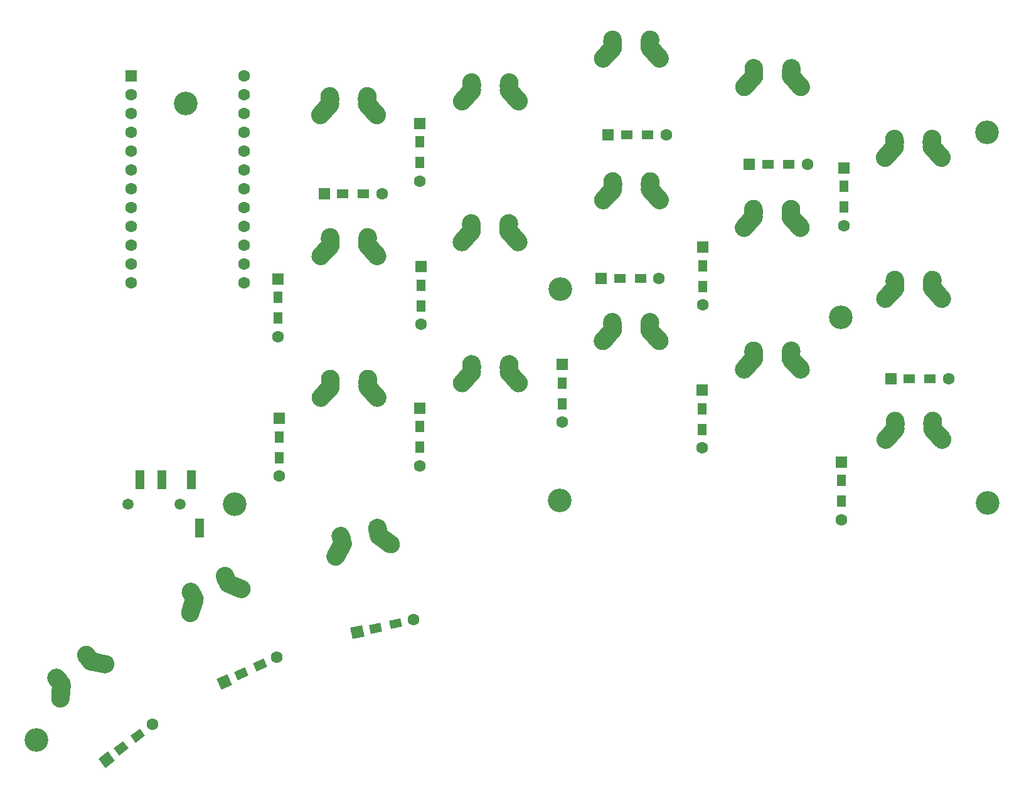
<source format=gbr>
%TF.GenerationSoftware,KiCad,Pcbnew,(5.1.7)-1*%
%TF.CreationDate,2021-04-13T23:29:16+05:30*%
%TF.ProjectId,Pteron56v0,50746572-6f6e-4353-9676-302e6b696361,rev?*%
%TF.SameCoordinates,Original*%
%TF.FileFunction,Soldermask,Top*%
%TF.FilePolarity,Negative*%
%FSLAX46Y46*%
G04 Gerber Fmt 4.6, Leading zero omitted, Abs format (unit mm)*
G04 Created by KiCad (PCBNEW (5.1.7)-1) date 2021-04-13 23:29:16*
%MOMM*%
%LPD*%
G01*
G04 APERTURE LIST*
%ADD10C,3.200000*%
%ADD11C,1.600000*%
%ADD12R,1.600000X1.600000*%
%ADD13R,1.600000X1.200000*%
%ADD14R,1.200000X1.600000*%
%ADD15C,0.100000*%
%ADD16C,2.000000*%
%ADD17C,1.500000*%
%ADD18R,1.200000X2.500000*%
G04 APERTURE END LIST*
D10*
%TO.C,H8*%
X207518000Y-52832000D03*
%TD*%
D11*
%TO.C,U1*%
X107264200Y-45224700D03*
X107264200Y-47764700D03*
X107264200Y-50304700D03*
X107264200Y-52844700D03*
X107264200Y-55384700D03*
X107264200Y-57924700D03*
X107264200Y-60464700D03*
X107264200Y-63004700D03*
X107264200Y-65544700D03*
X107264200Y-68084700D03*
X107264200Y-70624700D03*
X107264200Y-73164700D03*
X92024200Y-73164700D03*
X92024200Y-70624700D03*
X92024200Y-68084700D03*
X92024200Y-65544700D03*
X92024200Y-63004700D03*
X92024200Y-60464700D03*
X92024200Y-57924700D03*
X92024200Y-55384700D03*
X92024200Y-52844700D03*
X92024200Y-50304700D03*
X92024200Y-47764700D03*
D12*
X92024200Y-45224700D03*
%TD*%
%TO.C,D8*%
X194550200Y-86080600D03*
D11*
X202350200Y-86080600D03*
D13*
X199850200Y-86080600D03*
X197050200Y-86080600D03*
%TD*%
D12*
%TO.C,D28*%
X111995245Y-91446640D03*
D11*
X111995245Y-99246640D03*
D14*
X111995245Y-96746640D03*
X111995245Y-93946640D03*
%TD*%
D12*
%TO.C,D27*%
X111903079Y-72592861D03*
D11*
X111903079Y-80392861D03*
D14*
X111903079Y-77892861D03*
X111903079Y-75092861D03*
%TD*%
D12*
%TO.C,D26*%
X118121600Y-61137800D03*
D11*
X125921600Y-61137800D03*
D13*
X123421600Y-61137800D03*
X120621600Y-61137800D03*
%TD*%
D12*
%TO.C,D24*%
X131007609Y-90038162D03*
D11*
X131007609Y-97838162D03*
D14*
X131007609Y-95338162D03*
X131007609Y-92538162D03*
%TD*%
D12*
%TO.C,D23*%
X131169349Y-70961240D03*
D11*
X131169349Y-78761240D03*
D14*
X131169349Y-76261240D03*
X131169349Y-73461240D03*
%TD*%
D12*
%TO.C,D22*%
X131017392Y-51606155D03*
D11*
X131017392Y-59406155D03*
D14*
X131017392Y-56906155D03*
X131017392Y-54106155D03*
%TD*%
D15*
%TO.C,D20*%
G36*
X88882216Y-136380478D02*
G01*
X89856234Y-137649844D01*
X88586868Y-138623862D01*
X87612850Y-137354496D01*
X88882216Y-136380478D01*
G37*
D11*
X94922698Y-132753830D03*
D15*
G36*
X90987351Y-135017245D02*
G01*
X91717865Y-135969269D01*
X90448499Y-136943287D01*
X89717985Y-135991263D01*
X90987351Y-135017245D01*
G37*
G36*
X93208741Y-133312713D02*
G01*
X93939255Y-134264737D01*
X92669889Y-135238755D01*
X91939375Y-134286731D01*
X93208741Y-133312713D01*
G37*
%TD*%
D12*
%TO.C,D19*%
X150192403Y-84165988D03*
D11*
X150192403Y-91965988D03*
D14*
X150192403Y-89465988D03*
X150192403Y-86665988D03*
%TD*%
D12*
%TO.C,D18*%
X155497700Y-72580500D03*
D11*
X163297700Y-72580500D03*
D13*
X160797700Y-72580500D03*
X157997700Y-72580500D03*
%TD*%
D12*
%TO.C,D17*%
X156437500Y-53181250D03*
D11*
X164237500Y-53181250D03*
D13*
X161737500Y-53181250D03*
X158937500Y-53181250D03*
%TD*%
D15*
%TO.C,D15*%
G36*
X105038572Y-125934070D02*
G01*
X105714761Y-127384163D01*
X104264668Y-128060352D01*
X103588479Y-126610259D01*
X105038572Y-125934070D01*
G37*
D11*
X111720820Y-123700789D03*
D15*
G36*
X107388864Y-125058787D02*
G01*
X107896006Y-126146356D01*
X106445914Y-126822545D01*
X105938772Y-125734976D01*
X107388864Y-125058787D01*
G37*
G36*
X109926526Y-123875455D02*
G01*
X110433668Y-124963024D01*
X108983576Y-125639213D01*
X108476434Y-124551644D01*
X109926526Y-123875455D01*
G37*
%TD*%
D12*
%TO.C,D14*%
X169116409Y-87631959D03*
D11*
X169116409Y-95431959D03*
D14*
X169116409Y-92931959D03*
X169116409Y-90131959D03*
%TD*%
D12*
%TO.C,D13*%
X169145564Y-68325398D03*
D11*
X169145564Y-76125398D03*
D14*
X169145564Y-73625398D03*
X169145564Y-70825398D03*
%TD*%
D12*
%TO.C,D12*%
X175487500Y-57150000D03*
D11*
X183287500Y-57150000D03*
D13*
X180787500Y-57150000D03*
X177987500Y-57150000D03*
%TD*%
D15*
%TO.C,D10*%
G36*
X123183111Y-119343586D02*
G01*
X123529414Y-120905659D01*
X121967341Y-121251962D01*
X121621038Y-119689889D01*
X123183111Y-119343586D01*
G37*
D11*
X130190334Y-118609546D03*
D15*
G36*
X125667139Y-118997746D02*
G01*
X125926867Y-120169301D01*
X124364793Y-120515604D01*
X124105065Y-119344049D01*
X125667139Y-118997746D01*
G37*
G36*
X128400767Y-118391716D02*
G01*
X128660495Y-119563271D01*
X127098421Y-119909574D01*
X126838693Y-118738019D01*
X128400767Y-118391716D01*
G37*
%TD*%
D12*
%TO.C,D9*%
X187873952Y-97316766D03*
D11*
X187873952Y-105116766D03*
D14*
X187873952Y-102616766D03*
X187873952Y-99816766D03*
%TD*%
D12*
%TO.C,D7*%
X188223421Y-57616973D03*
D11*
X188223421Y-65416973D03*
D14*
X188223421Y-62916973D03*
X188223421Y-60116973D03*
%TD*%
D10*
%TO.C,H7*%
X106006900Y-103009700D03*
%TD*%
%TO.C,H6*%
X79248000Y-134874000D03*
%TD*%
%TO.C,H5*%
X149860000Y-102489000D03*
%TD*%
%TO.C,H4*%
X99441000Y-48895000D03*
%TD*%
%TO.C,H3*%
X149987000Y-73964800D03*
%TD*%
%TO.C,H2*%
X207645000Y-102870000D03*
%TD*%
%TO.C,H1*%
X187845700Y-77812900D03*
%TD*%
%TO.C,SW17*%
G36*
G01*
X162975918Y-40553992D02*
X164285908Y-42014000D01*
G75*
G02*
X164190310Y-43779180I-930389J-834791D01*
G01*
X164190310Y-43779180D01*
G75*
G02*
X162425130Y-43683582I-834791J930389D01*
G01*
X161115140Y-42223574D01*
G75*
G02*
X161210738Y-40458394I930389J834791D01*
G01*
X161210738Y-40458394D01*
G75*
G02*
X162975918Y-40553992I834791J-930389D01*
G01*
G37*
G36*
G01*
X155798568Y-40975983D02*
X155758487Y-40394786D01*
G75*
G02*
X156919526Y-39061749I1247038J85999D01*
G01*
X156919526Y-39061749D01*
G75*
G02*
X158252563Y-40222788I85999J-1247038D01*
G01*
X158292561Y-40802788D01*
G75*
G02*
X157131522Y-42135825I-1247038J-85999D01*
G01*
X157131522Y-42135825D01*
G75*
G02*
X155798485Y-40974786I-85999J1247038D01*
G01*
G37*
G36*
G01*
X157975908Y-42223574D02*
X156665918Y-43683582D01*
G75*
G02*
X154900738Y-43779180I-930389J834791D01*
G01*
X154900738Y-43779180D01*
G75*
G02*
X154805140Y-42014000I834791J930389D01*
G01*
X156115130Y-40553992D01*
G75*
G02*
X157880310Y-40458394I930389J-834791D01*
G01*
X157880310Y-40458394D01*
G75*
G02*
X157975908Y-42223574I-834791J-930389D01*
G01*
G37*
D16*
X157005524Y-40308787D03*
X157045524Y-40888787D03*
X163355524Y-42848787D03*
X162045524Y-41388787D03*
X155735524Y-42848787D03*
X157045524Y-41388787D03*
X162085524Y-40308787D03*
X162045524Y-40888787D03*
G36*
G01*
X160798570Y-40801591D02*
X160838485Y-40222788D01*
G75*
G02*
X162171522Y-39061749I1247038J-85999D01*
G01*
X162171522Y-39061749D01*
G75*
G02*
X163332561Y-40394786I-85999J-1247038D01*
G01*
X163292563Y-40974786D01*
G75*
G02*
X161959526Y-42135825I-1247038J85999D01*
G01*
X161959526Y-42135825D01*
G75*
G02*
X160798487Y-40802788I85999J1247038D01*
G01*
G37*
%TD*%
D17*
%TO.C,J2*%
X98618000Y-102997000D03*
X91618000Y-102997000D03*
%TD*%
%TO.C,J1*%
X98618000Y-102997000D03*
X91618000Y-102997000D03*
D18*
X93218000Y-99747000D03*
X96218000Y-99747000D03*
X100218000Y-99747000D03*
X101318000Y-106247000D03*
%TD*%
%TO.C,SW28*%
G36*
G01*
X124887648Y-86350240D02*
X126197638Y-87810248D01*
G75*
G02*
X126102040Y-89575428I-930389J-834791D01*
G01*
X126102040Y-89575428D01*
G75*
G02*
X124336860Y-89479830I-834791J930389D01*
G01*
X123026870Y-88019822D01*
G75*
G02*
X123122468Y-86254642I930389J834791D01*
G01*
X123122468Y-86254642D01*
G75*
G02*
X124887648Y-86350240I834791J-930389D01*
G01*
G37*
G36*
G01*
X117710298Y-86772231D02*
X117670217Y-86191034D01*
G75*
G02*
X118831256Y-84857997I1247038J85999D01*
G01*
X118831256Y-84857997D01*
G75*
G02*
X120164293Y-86019036I85999J-1247038D01*
G01*
X120204291Y-86599036D01*
G75*
G02*
X119043252Y-87932073I-1247038J-85999D01*
G01*
X119043252Y-87932073D01*
G75*
G02*
X117710215Y-86771034I-85999J1247038D01*
G01*
G37*
G36*
G01*
X119887638Y-88019822D02*
X118577648Y-89479830D01*
G75*
G02*
X116812468Y-89575428I-930389J834791D01*
G01*
X116812468Y-89575428D01*
G75*
G02*
X116716870Y-87810248I834791J930389D01*
G01*
X118026860Y-86350240D01*
G75*
G02*
X119792040Y-86254642I930389J-834791D01*
G01*
X119792040Y-86254642D01*
G75*
G02*
X119887638Y-88019822I-834791J-930389D01*
G01*
G37*
D16*
X118917254Y-86105035D03*
X118957254Y-86685035D03*
X125267254Y-88645035D03*
X123957254Y-87185035D03*
X117647254Y-88645035D03*
X118957254Y-87185035D03*
X123997254Y-86105035D03*
X123957254Y-86685035D03*
G36*
G01*
X122710300Y-86597839D02*
X122750215Y-86019036D01*
G75*
G02*
X124083252Y-84857997I1247038J-85999D01*
G01*
X124083252Y-84857997D01*
G75*
G02*
X125244291Y-86191034I-85999J-1247038D01*
G01*
X125204293Y-86771034D01*
G75*
G02*
X123871256Y-87932073I-1247038J85999D01*
G01*
X123871256Y-87932073D01*
G75*
G02*
X122710217Y-86599036I85999J1247038D01*
G01*
G37*
%TD*%
%TO.C,SW27*%
G36*
G01*
X124868269Y-67224790D02*
X126178259Y-68684798D01*
G75*
G02*
X126082661Y-70449978I-930389J-834791D01*
G01*
X126082661Y-70449978D01*
G75*
G02*
X124317481Y-70354380I-834791J930389D01*
G01*
X123007491Y-68894372D01*
G75*
G02*
X123103089Y-67129192I930389J834791D01*
G01*
X123103089Y-67129192D01*
G75*
G02*
X124868269Y-67224790I834791J-930389D01*
G01*
G37*
G36*
G01*
X117690919Y-67646781D02*
X117650838Y-67065584D01*
G75*
G02*
X118811877Y-65732547I1247038J85999D01*
G01*
X118811877Y-65732547D01*
G75*
G02*
X120144914Y-66893586I85999J-1247038D01*
G01*
X120184912Y-67473586D01*
G75*
G02*
X119023873Y-68806623I-1247038J-85999D01*
G01*
X119023873Y-68806623D01*
G75*
G02*
X117690836Y-67645584I-85999J1247038D01*
G01*
G37*
G36*
G01*
X119868259Y-68894372D02*
X118558269Y-70354380D01*
G75*
G02*
X116793089Y-70449978I-930389J834791D01*
G01*
X116793089Y-70449978D01*
G75*
G02*
X116697491Y-68684798I834791J930389D01*
G01*
X118007481Y-67224790D01*
G75*
G02*
X119772661Y-67129192I930389J-834791D01*
G01*
X119772661Y-67129192D01*
G75*
G02*
X119868259Y-68894372I-834791J-930389D01*
G01*
G37*
X118897875Y-66979585D03*
X118937875Y-67559585D03*
X125247875Y-69519585D03*
X123937875Y-68059585D03*
X117627875Y-69519585D03*
X118937875Y-68059585D03*
X123977875Y-66979585D03*
X123937875Y-67559585D03*
G36*
G01*
X122690921Y-67472389D02*
X122730836Y-66893586D01*
G75*
G02*
X124063873Y-65732547I1247038J-85999D01*
G01*
X124063873Y-65732547D01*
G75*
G02*
X125224912Y-67065584I-85999J-1247038D01*
G01*
X125184914Y-67645584D01*
G75*
G02*
X123851877Y-68806623I-1247038J85999D01*
G01*
X123851877Y-68806623D01*
G75*
G02*
X122690838Y-67473586I85999J1247038D01*
G01*
G37*
%TD*%
%TO.C,SW26*%
G36*
G01*
X124824626Y-48189895D02*
X126134616Y-49649903D01*
G75*
G02*
X126039018Y-51415083I-930389J-834791D01*
G01*
X126039018Y-51415083D01*
G75*
G02*
X124273838Y-51319485I-834791J930389D01*
G01*
X122963848Y-49859477D01*
G75*
G02*
X123059446Y-48094297I930389J834791D01*
G01*
X123059446Y-48094297D01*
G75*
G02*
X124824626Y-48189895I834791J-930389D01*
G01*
G37*
G36*
G01*
X117647276Y-48611886D02*
X117607195Y-48030689D01*
G75*
G02*
X118768234Y-46697652I1247038J85999D01*
G01*
X118768234Y-46697652D01*
G75*
G02*
X120101271Y-47858691I85999J-1247038D01*
G01*
X120141269Y-48438691D01*
G75*
G02*
X118980230Y-49771728I-1247038J-85999D01*
G01*
X118980230Y-49771728D01*
G75*
G02*
X117647193Y-48610689I-85999J1247038D01*
G01*
G37*
G36*
G01*
X119824616Y-49859477D02*
X118514626Y-51319485D01*
G75*
G02*
X116749446Y-51415083I-930389J834791D01*
G01*
X116749446Y-51415083D01*
G75*
G02*
X116653848Y-49649903I834791J930389D01*
G01*
X117963838Y-48189895D01*
G75*
G02*
X119729018Y-48094297I930389J-834791D01*
G01*
X119729018Y-48094297D01*
G75*
G02*
X119824616Y-49859477I-834791J-930389D01*
G01*
G37*
X118854232Y-47944690D03*
X118894232Y-48524690D03*
X125204232Y-50484690D03*
X123894232Y-49024690D03*
X117584232Y-50484690D03*
X118894232Y-49024690D03*
X123934232Y-47944690D03*
X123894232Y-48524690D03*
G36*
G01*
X122647278Y-48437494D02*
X122687193Y-47858691D01*
G75*
G02*
X124020230Y-46697652I1247038J-85999D01*
G01*
X124020230Y-46697652D01*
G75*
G02*
X125181269Y-48030689I-85999J-1247038D01*
G01*
X125141271Y-48610689D01*
G75*
G02*
X123808234Y-49771728I-1247038J85999D01*
G01*
X123808234Y-49771728D01*
G75*
G02*
X122647195Y-48438691I85999J1247038D01*
G01*
G37*
%TD*%
%TO.C,SW24*%
G36*
G01*
X143955053Y-84374165D02*
X145265043Y-85834173D01*
G75*
G02*
X145169445Y-87599353I-930389J-834791D01*
G01*
X145169445Y-87599353D01*
G75*
G02*
X143404265Y-87503755I-834791J930389D01*
G01*
X142094275Y-86043747D01*
G75*
G02*
X142189873Y-84278567I930389J834791D01*
G01*
X142189873Y-84278567D01*
G75*
G02*
X143955053Y-84374165I834791J-930389D01*
G01*
G37*
G36*
G01*
X136777703Y-84796156D02*
X136737622Y-84214959D01*
G75*
G02*
X137898661Y-82881922I1247038J85999D01*
G01*
X137898661Y-82881922D01*
G75*
G02*
X139231698Y-84042961I85999J-1247038D01*
G01*
X139271696Y-84622961D01*
G75*
G02*
X138110657Y-85955998I-1247038J-85999D01*
G01*
X138110657Y-85955998D01*
G75*
G02*
X136777620Y-84794959I-85999J1247038D01*
G01*
G37*
G36*
G01*
X138955043Y-86043747D02*
X137645053Y-87503755D01*
G75*
G02*
X135879873Y-87599353I-930389J834791D01*
G01*
X135879873Y-87599353D01*
G75*
G02*
X135784275Y-85834173I834791J930389D01*
G01*
X137094265Y-84374165D01*
G75*
G02*
X138859445Y-84278567I930389J-834791D01*
G01*
X138859445Y-84278567D01*
G75*
G02*
X138955043Y-86043747I-834791J-930389D01*
G01*
G37*
X137984659Y-84128960D03*
X138024659Y-84708960D03*
X144334659Y-86668960D03*
X143024659Y-85208960D03*
X136714659Y-86668960D03*
X138024659Y-85208960D03*
X143064659Y-84128960D03*
X143024659Y-84708960D03*
G36*
G01*
X141777705Y-84621764D02*
X141817620Y-84042961D01*
G75*
G02*
X143150657Y-82881922I1247038J-85999D01*
G01*
X143150657Y-82881922D01*
G75*
G02*
X144311696Y-84214959I-85999J-1247038D01*
G01*
X144271698Y-84794959D01*
G75*
G02*
X142938661Y-85955998I-1247038J85999D01*
G01*
X142938661Y-85955998D01*
G75*
G02*
X141777622Y-84622961I85999J1247038D01*
G01*
G37*
%TD*%
%TO.C,SW23*%
G36*
G01*
X143911409Y-65339269D02*
X145221399Y-66799277D01*
G75*
G02*
X145125801Y-68564457I-930389J-834791D01*
G01*
X145125801Y-68564457D01*
G75*
G02*
X143360621Y-68468859I-834791J930389D01*
G01*
X142050631Y-67008851D01*
G75*
G02*
X142146229Y-65243671I930389J834791D01*
G01*
X142146229Y-65243671D01*
G75*
G02*
X143911409Y-65339269I834791J-930389D01*
G01*
G37*
G36*
G01*
X136734059Y-65761260D02*
X136693978Y-65180063D01*
G75*
G02*
X137855017Y-63847026I1247038J85999D01*
G01*
X137855017Y-63847026D01*
G75*
G02*
X139188054Y-65008065I85999J-1247038D01*
G01*
X139228052Y-65588065D01*
G75*
G02*
X138067013Y-66921102I-1247038J-85999D01*
G01*
X138067013Y-66921102D01*
G75*
G02*
X136733976Y-65760063I-85999J1247038D01*
G01*
G37*
G36*
G01*
X138911399Y-67008851D02*
X137601409Y-68468859D01*
G75*
G02*
X135836229Y-68564457I-930389J834791D01*
G01*
X135836229Y-68564457D01*
G75*
G02*
X135740631Y-66799277I834791J930389D01*
G01*
X137050621Y-65339269D01*
G75*
G02*
X138815801Y-65243671I930389J-834791D01*
G01*
X138815801Y-65243671D01*
G75*
G02*
X138911399Y-67008851I-834791J-930389D01*
G01*
G37*
X137941015Y-65094064D03*
X137981015Y-65674064D03*
X144291015Y-67634064D03*
X142981015Y-66174064D03*
X136671015Y-67634064D03*
X137981015Y-66174064D03*
X143021015Y-65094064D03*
X142981015Y-65674064D03*
G36*
G01*
X141734061Y-65586868D02*
X141773976Y-65008065D01*
G75*
G02*
X143107013Y-63847026I1247038J-85999D01*
G01*
X143107013Y-63847026D01*
G75*
G02*
X144268052Y-65180063I-85999J-1247038D01*
G01*
X144228054Y-65760063D01*
G75*
G02*
X142895017Y-66921102I-1247038J85999D01*
G01*
X142895017Y-66921102D01*
G75*
G02*
X141733978Y-65588065I85999J1247038D01*
G01*
G37*
%TD*%
%TO.C,SW22*%
G36*
G01*
X143958320Y-46328643D02*
X145268310Y-47788651D01*
G75*
G02*
X145172712Y-49553831I-930389J-834791D01*
G01*
X145172712Y-49553831D01*
G75*
G02*
X143407532Y-49458233I-834791J930389D01*
G01*
X142097542Y-47998225D01*
G75*
G02*
X142193140Y-46233045I930389J834791D01*
G01*
X142193140Y-46233045D01*
G75*
G02*
X143958320Y-46328643I834791J-930389D01*
G01*
G37*
G36*
G01*
X136780970Y-46750634D02*
X136740889Y-46169437D01*
G75*
G02*
X137901928Y-44836400I1247038J85999D01*
G01*
X137901928Y-44836400D01*
G75*
G02*
X139234965Y-45997439I85999J-1247038D01*
G01*
X139274963Y-46577439D01*
G75*
G02*
X138113924Y-47910476I-1247038J-85999D01*
G01*
X138113924Y-47910476D01*
G75*
G02*
X136780887Y-46749437I-85999J1247038D01*
G01*
G37*
G36*
G01*
X138958310Y-47998225D02*
X137648320Y-49458233D01*
G75*
G02*
X135883140Y-49553831I-930389J834791D01*
G01*
X135883140Y-49553831D01*
G75*
G02*
X135787542Y-47788651I834791J930389D01*
G01*
X137097532Y-46328643D01*
G75*
G02*
X138862712Y-46233045I930389J-834791D01*
G01*
X138862712Y-46233045D01*
G75*
G02*
X138958310Y-47998225I-834791J-930389D01*
G01*
G37*
X137987926Y-46083438D03*
X138027926Y-46663438D03*
X144337926Y-48623438D03*
X143027926Y-47163438D03*
X136717926Y-48623438D03*
X138027926Y-47163438D03*
X143067926Y-46083438D03*
X143027926Y-46663438D03*
G36*
G01*
X141780972Y-46576242D02*
X141820887Y-45997439D01*
G75*
G02*
X143153924Y-44836400I1247038J-85999D01*
G01*
X143153924Y-44836400D01*
G75*
G02*
X144314963Y-46169437I-85999J-1247038D01*
G01*
X144274965Y-46749437D01*
G75*
G02*
X142941928Y-47910476I-1247038J85999D01*
G01*
X142941928Y-47910476D01*
G75*
G02*
X141780889Y-46577439I85999J1247038D01*
G01*
G37*
%TD*%
%TO.C,SW20*%
G36*
G01*
X86852733Y-123023857D02*
X88780815Y-123384687D01*
G75*
G02*
X89779545Y-124843295I-229939J-1228669D01*
G01*
X89779545Y-124843295D01*
G75*
G02*
X88320937Y-125842025I-1228669J229939D01*
G01*
X86392855Y-125481195D01*
G75*
G02*
X85394125Y-124022587I229939J1228669D01*
G01*
X85394125Y-124022587D01*
G75*
G02*
X86852733Y-123023857I1228669J-229939D01*
G01*
G37*
G36*
G01*
X81415449Y-127727938D02*
X81029841Y-127291243D01*
G75*
G02*
X81139454Y-125526878I936989J827376D01*
G01*
X81139454Y-125526878D01*
G75*
G02*
X82903819Y-125636491I827376J-936989D01*
G01*
X83288633Y-126072287D01*
G75*
G02*
X83179020Y-127836652I-936989J-827376D01*
G01*
X83179020Y-127836652D01*
G75*
G02*
X81414655Y-127727039I-827376J936989D01*
G01*
G37*
G36*
G01*
X83902335Y-127392238D02*
X83751847Y-129348012D01*
G75*
G02*
X82409632Y-130498429I-1246316J95899D01*
G01*
X82409632Y-130498429D01*
G75*
G02*
X81259215Y-129156214I95899J1246316D01*
G01*
X81409703Y-127200440D01*
G75*
G02*
X82751918Y-126050023I1246316J-95899D01*
G01*
X82751918Y-126050023D01*
G75*
G02*
X83902335Y-127392238I-95899J-1246316D01*
G01*
G37*
X81966829Y-126463868D03*
X82351645Y-126899663D03*
X88550877Y-124613350D03*
X86622793Y-124252532D03*
X82505525Y-129252113D03*
X82656026Y-127296339D03*
X85997064Y-123371360D03*
X86318412Y-123855855D03*
G36*
G01*
X85277261Y-124547594D02*
X84955368Y-124062283D01*
G75*
G02*
X85306141Y-122329666I1041695J690922D01*
G01*
X85306141Y-122329666D01*
G75*
G02*
X87038758Y-122680439I690922J-1041695D01*
G01*
X87360108Y-123164933D01*
G75*
G02*
X87009335Y-124897550I-1041695J-690922D01*
G01*
X87009335Y-124897550D01*
G75*
G02*
X85276718Y-124546777I-690922J1041695D01*
G01*
G37*
%TD*%
%TO.C,SW19*%
G36*
G01*
X162948385Y-78690070D02*
X164258375Y-80150078D01*
G75*
G02*
X164162777Y-81915258I-930389J-834791D01*
G01*
X164162777Y-81915258D01*
G75*
G02*
X162397597Y-81819660I-834791J930389D01*
G01*
X161087607Y-80359652D01*
G75*
G02*
X161183205Y-78594472I930389J834791D01*
G01*
X161183205Y-78594472D01*
G75*
G02*
X162948385Y-78690070I834791J-930389D01*
G01*
G37*
G36*
G01*
X155771035Y-79112061D02*
X155730954Y-78530864D01*
G75*
G02*
X156891993Y-77197827I1247038J85999D01*
G01*
X156891993Y-77197827D01*
G75*
G02*
X158225030Y-78358866I85999J-1247038D01*
G01*
X158265028Y-78938866D01*
G75*
G02*
X157103989Y-80271903I-1247038J-85999D01*
G01*
X157103989Y-80271903D01*
G75*
G02*
X155770952Y-79110864I-85999J1247038D01*
G01*
G37*
G36*
G01*
X157948375Y-80359652D02*
X156638385Y-81819660D01*
G75*
G02*
X154873205Y-81915258I-930389J834791D01*
G01*
X154873205Y-81915258D01*
G75*
G02*
X154777607Y-80150078I834791J930389D01*
G01*
X156087597Y-78690070D01*
G75*
G02*
X157852777Y-78594472I930389J-834791D01*
G01*
X157852777Y-78594472D01*
G75*
G02*
X157948375Y-80359652I-834791J-930389D01*
G01*
G37*
X156977991Y-78444865D03*
X157017991Y-79024865D03*
X163327991Y-80984865D03*
X162017991Y-79524865D03*
X155707991Y-80984865D03*
X157017991Y-79524865D03*
X162057991Y-78444865D03*
X162017991Y-79024865D03*
G36*
G01*
X160771037Y-78937669D02*
X160810952Y-78358866D01*
G75*
G02*
X162143989Y-77197827I1247038J-85999D01*
G01*
X162143989Y-77197827D01*
G75*
G02*
X163305028Y-78530864I-85999J-1247038D01*
G01*
X163265030Y-79110864D01*
G75*
G02*
X161931993Y-80271903I-1247038J85999D01*
G01*
X161931993Y-80271903D01*
G75*
G02*
X160770954Y-78938866I85999J1247038D01*
G01*
G37*
%TD*%
%TO.C,SW18*%
G36*
G01*
X162995302Y-59679442D02*
X164305292Y-61139450D01*
G75*
G02*
X164209694Y-62904630I-930389J-834791D01*
G01*
X164209694Y-62904630D01*
G75*
G02*
X162444514Y-62809032I-834791J930389D01*
G01*
X161134524Y-61349024D01*
G75*
G02*
X161230122Y-59583844I930389J834791D01*
G01*
X161230122Y-59583844D01*
G75*
G02*
X162995302Y-59679442I834791J-930389D01*
G01*
G37*
G36*
G01*
X155817952Y-60101433D02*
X155777871Y-59520236D01*
G75*
G02*
X156938910Y-58187199I1247038J85999D01*
G01*
X156938910Y-58187199D01*
G75*
G02*
X158271947Y-59348238I85999J-1247038D01*
G01*
X158311945Y-59928238D01*
G75*
G02*
X157150906Y-61261275I-1247038J-85999D01*
G01*
X157150906Y-61261275D01*
G75*
G02*
X155817869Y-60100236I-85999J1247038D01*
G01*
G37*
G36*
G01*
X157995292Y-61349024D02*
X156685302Y-62809032D01*
G75*
G02*
X154920122Y-62904630I-930389J834791D01*
G01*
X154920122Y-62904630D01*
G75*
G02*
X154824524Y-61139450I834791J930389D01*
G01*
X156134514Y-59679442D01*
G75*
G02*
X157899694Y-59583844I930389J-834791D01*
G01*
X157899694Y-59583844D01*
G75*
G02*
X157995292Y-61349024I-834791J-930389D01*
G01*
G37*
X157024908Y-59434237D03*
X157064908Y-60014237D03*
X163374908Y-61974237D03*
X162064908Y-60514237D03*
X155754908Y-61974237D03*
X157064908Y-60514237D03*
X162104908Y-59434237D03*
X162064908Y-60014237D03*
G36*
G01*
X160817954Y-59927041D02*
X160857869Y-59348238D01*
G75*
G02*
X162190906Y-58187199I1247038J-85999D01*
G01*
X162190906Y-58187199D01*
G75*
G02*
X163351945Y-59520236I-85999J-1247038D01*
G01*
X163311947Y-60100236D01*
G75*
G02*
X161978910Y-61261275I-1247038J85999D01*
G01*
X161978910Y-61261275D01*
G75*
G02*
X160817871Y-59928238I85999J1247038D01*
G01*
G37*
%TD*%
%TO.C,SW15*%
G36*
G01*
X105623560Y-112562970D02*
X107427842Y-113332562D01*
G75*
G02*
X108087198Y-114972760I-490421J-1149777D01*
G01*
X108087198Y-114972760D01*
G75*
G02*
X106447000Y-115632116I-1149777J490421D01*
G01*
X104642718Y-114862524D01*
G75*
G02*
X103983362Y-113222326I490421J1149777D01*
G01*
X103983362Y-113222326D01*
G75*
G02*
X105623560Y-112562970I1149777J-490421D01*
G01*
G37*
G36*
G01*
X99297014Y-115978703D02*
X99015063Y-115468899D01*
G75*
G02*
X99503957Y-113770081I1093856J604962D01*
G01*
X99503957Y-113770081D01*
G75*
G02*
X101202775Y-114258975I604962J-1093856D01*
G01*
X101484145Y-114767729D01*
G75*
G02*
X100995251Y-116466547I-1093856J-604962D01*
G01*
X100995251Y-116466547D01*
G75*
G02*
X99296433Y-115977653I-604962J1093856D01*
G01*
G37*
G36*
G01*
X101797609Y-116189220D02*
X101227381Y-118066064D01*
G75*
G02*
X99667986Y-118898703I-1196017J363378D01*
G01*
X99667986Y-118898703D01*
G75*
G02*
X98835347Y-117339308I363378J1196017D01*
G01*
X99405575Y-115462464D01*
G75*
G02*
X100964970Y-114629825I1196017J-363378D01*
G01*
X100964970Y-114629825D01*
G75*
G02*
X101797609Y-116189220I-363378J-1196017D01*
G01*
G37*
X100108918Y-114863937D03*
X100390289Y-115372691D03*
X106937423Y-114482333D03*
X105133137Y-113712753D03*
X100031358Y-117702684D03*
X100601598Y-115825845D03*
X104712962Y-112717036D03*
X104921828Y-113259599D03*
G36*
G01*
X103755637Y-113709595D02*
X103546416Y-113166117D01*
G75*
G02*
X104263881Y-111550492I1166545J449080D01*
G01*
X104263881Y-111550492D01*
G75*
G02*
X105879506Y-112267957I449080J-1166545D01*
G01*
X106088374Y-112810519D01*
G75*
G02*
X105370909Y-114426144I-1166545J-449080D01*
G01*
X105370909Y-114426144D01*
G75*
G02*
X103755284Y-113708679I-449080J1166545D01*
G01*
G37*
%TD*%
%TO.C,SW14*%
G36*
G01*
X182008818Y-82535553D02*
X183318808Y-83995561D01*
G75*
G02*
X183223210Y-85760741I-930389J-834791D01*
G01*
X183223210Y-85760741D01*
G75*
G02*
X181458030Y-85665143I-834791J930389D01*
G01*
X180148040Y-84205135D01*
G75*
G02*
X180243638Y-82439955I930389J834791D01*
G01*
X180243638Y-82439955D01*
G75*
G02*
X182008818Y-82535553I834791J-930389D01*
G01*
G37*
G36*
G01*
X174831468Y-82957544D02*
X174791387Y-82376347D01*
G75*
G02*
X175952426Y-81043310I1247038J85999D01*
G01*
X175952426Y-81043310D01*
G75*
G02*
X177285463Y-82204349I85999J-1247038D01*
G01*
X177325461Y-82784349D01*
G75*
G02*
X176164422Y-84117386I-1247038J-85999D01*
G01*
X176164422Y-84117386D01*
G75*
G02*
X174831385Y-82956347I-85999J1247038D01*
G01*
G37*
G36*
G01*
X177008808Y-84205135D02*
X175698818Y-85665143D01*
G75*
G02*
X173933638Y-85760741I-930389J834791D01*
G01*
X173933638Y-85760741D01*
G75*
G02*
X173838040Y-83995561I834791J930389D01*
G01*
X175148030Y-82535553D01*
G75*
G02*
X176913210Y-82439955I930389J-834791D01*
G01*
X176913210Y-82439955D01*
G75*
G02*
X177008808Y-84205135I-834791J-930389D01*
G01*
G37*
X176038424Y-82290348D03*
X176078424Y-82870348D03*
X182388424Y-84830348D03*
X181078424Y-83370348D03*
X174768424Y-84830348D03*
X176078424Y-83370348D03*
X181118424Y-82290348D03*
X181078424Y-82870348D03*
G36*
G01*
X179831470Y-82783152D02*
X179871385Y-82204349D01*
G75*
G02*
X181204422Y-81043310I1247038J-85999D01*
G01*
X181204422Y-81043310D01*
G75*
G02*
X182365461Y-82376347I-85999J-1247038D01*
G01*
X182325463Y-82956347D01*
G75*
G02*
X180992426Y-84117386I-1247038J85999D01*
G01*
X180992426Y-84117386D01*
G75*
G02*
X179831387Y-82784349I85999J1247038D01*
G01*
G37*
%TD*%
%TO.C,SW13*%
G36*
G01*
X181989444Y-63410107D02*
X183299434Y-64870115D01*
G75*
G02*
X183203836Y-66635295I-930389J-834791D01*
G01*
X183203836Y-66635295D01*
G75*
G02*
X181438656Y-66539697I-834791J930389D01*
G01*
X180128666Y-65079689D01*
G75*
G02*
X180224264Y-63314509I930389J834791D01*
G01*
X180224264Y-63314509D01*
G75*
G02*
X181989444Y-63410107I834791J-930389D01*
G01*
G37*
G36*
G01*
X174812094Y-63832098D02*
X174772013Y-63250901D01*
G75*
G02*
X175933052Y-61917864I1247038J85999D01*
G01*
X175933052Y-61917864D01*
G75*
G02*
X177266089Y-63078903I85999J-1247038D01*
G01*
X177306087Y-63658903D01*
G75*
G02*
X176145048Y-64991940I-1247038J-85999D01*
G01*
X176145048Y-64991940D01*
G75*
G02*
X174812011Y-63830901I-85999J1247038D01*
G01*
G37*
G36*
G01*
X176989434Y-65079689D02*
X175679444Y-66539697D01*
G75*
G02*
X173914264Y-66635295I-930389J834791D01*
G01*
X173914264Y-66635295D01*
G75*
G02*
X173818666Y-64870115I834791J930389D01*
G01*
X175128656Y-63410107D01*
G75*
G02*
X176893836Y-63314509I930389J-834791D01*
G01*
X176893836Y-63314509D01*
G75*
G02*
X176989434Y-65079689I-834791J-930389D01*
G01*
G37*
X176019050Y-63164902D03*
X176059050Y-63744902D03*
X182369050Y-65704902D03*
X181059050Y-64244902D03*
X174749050Y-65704902D03*
X176059050Y-64244902D03*
X181099050Y-63164902D03*
X181059050Y-63744902D03*
G36*
G01*
X179812096Y-63657706D02*
X179852011Y-63078903D01*
G75*
G02*
X181185048Y-61917864I1247038J-85999D01*
G01*
X181185048Y-61917864D01*
G75*
G02*
X182346087Y-63250901I-85999J-1247038D01*
G01*
X182306089Y-63830901D01*
G75*
G02*
X180973052Y-64991940I-1247038J85999D01*
G01*
X180973052Y-64991940D01*
G75*
G02*
X179812013Y-63658903I85999J1247038D01*
G01*
G37*
%TD*%
%TO.C,SW12*%
G36*
G01*
X182036354Y-44399480D02*
X183346344Y-45859488D01*
G75*
G02*
X183250746Y-47624668I-930389J-834791D01*
G01*
X183250746Y-47624668D01*
G75*
G02*
X181485566Y-47529070I-834791J930389D01*
G01*
X180175576Y-46069062D01*
G75*
G02*
X180271174Y-44303882I930389J834791D01*
G01*
X180271174Y-44303882D01*
G75*
G02*
X182036354Y-44399480I834791J-930389D01*
G01*
G37*
G36*
G01*
X174859004Y-44821471D02*
X174818923Y-44240274D01*
G75*
G02*
X175979962Y-42907237I1247038J85999D01*
G01*
X175979962Y-42907237D01*
G75*
G02*
X177312999Y-44068276I85999J-1247038D01*
G01*
X177352997Y-44648276D01*
G75*
G02*
X176191958Y-45981313I-1247038J-85999D01*
G01*
X176191958Y-45981313D01*
G75*
G02*
X174858921Y-44820274I-85999J1247038D01*
G01*
G37*
G36*
G01*
X177036344Y-46069062D02*
X175726354Y-47529070D01*
G75*
G02*
X173961174Y-47624668I-930389J834791D01*
G01*
X173961174Y-47624668D01*
G75*
G02*
X173865576Y-45859488I834791J930389D01*
G01*
X175175566Y-44399480D01*
G75*
G02*
X176940746Y-44303882I930389J-834791D01*
G01*
X176940746Y-44303882D01*
G75*
G02*
X177036344Y-46069062I-834791J-930389D01*
G01*
G37*
X176065960Y-44154275D03*
X176105960Y-44734275D03*
X182415960Y-46694275D03*
X181105960Y-45234275D03*
X174795960Y-46694275D03*
X176105960Y-45234275D03*
X181145960Y-44154275D03*
X181105960Y-44734275D03*
G36*
G01*
X179859006Y-44647079D02*
X179898921Y-44068276D01*
G75*
G02*
X181231958Y-42907237I1247038J-85999D01*
G01*
X181231958Y-42907237D01*
G75*
G02*
X182392997Y-44240274I-85999J-1247038D01*
G01*
X182352999Y-44820274D01*
G75*
G02*
X181019962Y-45981313I-1247038J85999D01*
G01*
X181019962Y-45981313D01*
G75*
G02*
X179858923Y-44648276I85999J1247038D01*
G01*
G37*
%TD*%
%TO.C,SW10*%
G36*
G01*
X126211268Y-106275927D02*
X127806210Y-107417793D01*
G75*
G02*
X128094932Y-109161823I-727654J-1016376D01*
G01*
X128094932Y-109161823D01*
G75*
G02*
X126350902Y-109450545I-1016376J727654D01*
G01*
X124755960Y-108308679D01*
G75*
G02*
X124467238Y-106564649I727654J1016376D01*
G01*
X124467238Y-106564649D01*
G75*
G02*
X126211268Y-106275927I1016376J-727654D01*
G01*
G37*
G36*
G01*
X119295385Y-108241377D02*
X119130459Y-107682633D01*
G75*
G02*
X119975455Y-106129899I1198865J353869D01*
G01*
X119975455Y-106129899D01*
G75*
G02*
X121528189Y-106974895I353869J-1198865D01*
G01*
X121692775Y-107532489D01*
G75*
G02*
X120847779Y-109085223I-1198865J-353869D01*
G01*
X120847779Y-109085223D01*
G75*
G02*
X119295045Y-108240227I-353869J1198865D01*
G01*
G37*
G36*
G01*
X121691143Y-108988133D02*
X120728207Y-110697067D01*
G75*
G02*
X119025560Y-111172454I-1089017J613630D01*
G01*
X119025560Y-111172454D01*
G75*
G02*
X118550173Y-109469807I613630J1089017D01*
G01*
X119513109Y-107760873D01*
G75*
G02*
X121215756Y-107285486I1089017J-613630D01*
G01*
X121215756Y-107285486D01*
G75*
G02*
X121691143Y-108988133I-613630J-1089017D01*
G01*
G37*
X120329324Y-107328764D03*
X120493911Y-107886358D03*
X127078560Y-108434164D03*
X125483611Y-107292308D03*
X119639185Y-110083434D03*
X120602131Y-108374506D03*
X125288908Y-106229251D03*
X125375391Y-106804160D03*
G36*
G01*
X124139447Y-106991079D02*
X124052814Y-106415198D01*
G75*
G02*
X125102958Y-104993158I1236092J185948D01*
G01*
X125102958Y-104993158D01*
G75*
G02*
X126524998Y-106043302I185948J-1236092D01*
G01*
X126611484Y-106618212D01*
G75*
G02*
X125561340Y-108040252I-1236092J-185948D01*
G01*
X125561340Y-108040252D01*
G75*
G02*
X124139300Y-106990108I-185948J1236092D01*
G01*
G37*
%TD*%
%TO.C,SW9*%
G36*
G01*
X201110817Y-92021496D02*
X202420807Y-93481504D01*
G75*
G02*
X202325209Y-95246684I-930389J-834791D01*
G01*
X202325209Y-95246684D01*
G75*
G02*
X200560029Y-95151086I-834791J930389D01*
G01*
X199250039Y-93691078D01*
G75*
G02*
X199345637Y-91925898I930389J834791D01*
G01*
X199345637Y-91925898D01*
G75*
G02*
X201110817Y-92021496I834791J-930389D01*
G01*
G37*
G36*
G01*
X193933467Y-92443487D02*
X193893386Y-91862290D01*
G75*
G02*
X195054425Y-90529253I1247038J85999D01*
G01*
X195054425Y-90529253D01*
G75*
G02*
X196387462Y-91690292I85999J-1247038D01*
G01*
X196427460Y-92270292D01*
G75*
G02*
X195266421Y-93603329I-1247038J-85999D01*
G01*
X195266421Y-93603329D01*
G75*
G02*
X193933384Y-92442290I-85999J1247038D01*
G01*
G37*
G36*
G01*
X196110807Y-93691078D02*
X194800817Y-95151086D01*
G75*
G02*
X193035637Y-95246684I-930389J834791D01*
G01*
X193035637Y-95246684D01*
G75*
G02*
X192940039Y-93481504I834791J930389D01*
G01*
X194250029Y-92021496D01*
G75*
G02*
X196015209Y-91925898I930389J-834791D01*
G01*
X196015209Y-91925898D01*
G75*
G02*
X196110807Y-93691078I-834791J-930389D01*
G01*
G37*
X195140423Y-91776291D03*
X195180423Y-92356291D03*
X201490423Y-94316291D03*
X200180423Y-92856291D03*
X193870423Y-94316291D03*
X195180423Y-92856291D03*
X200220423Y-91776291D03*
X200180423Y-92356291D03*
G36*
G01*
X198933469Y-92269095D02*
X198973384Y-91690292D01*
G75*
G02*
X200306421Y-90529253I1247038J-85999D01*
G01*
X200306421Y-90529253D01*
G75*
G02*
X201467460Y-91862290I-85999J-1247038D01*
G01*
X201427462Y-92442290D01*
G75*
G02*
X200094425Y-93603329I-1247038J85999D01*
G01*
X200094425Y-93603329D01*
G75*
G02*
X198933386Y-92270292I85999J1247038D01*
G01*
G37*
%TD*%
%TO.C,SW8*%
G36*
G01*
X201067175Y-72986596D02*
X202377165Y-74446604D01*
G75*
G02*
X202281567Y-76211784I-930389J-834791D01*
G01*
X202281567Y-76211784D01*
G75*
G02*
X200516387Y-76116186I-834791J930389D01*
G01*
X199206397Y-74656178D01*
G75*
G02*
X199301995Y-72890998I930389J834791D01*
G01*
X199301995Y-72890998D01*
G75*
G02*
X201067175Y-72986596I834791J-930389D01*
G01*
G37*
G36*
G01*
X193889825Y-73408587D02*
X193849744Y-72827390D01*
G75*
G02*
X195010783Y-71494353I1247038J85999D01*
G01*
X195010783Y-71494353D01*
G75*
G02*
X196343820Y-72655392I85999J-1247038D01*
G01*
X196383818Y-73235392D01*
G75*
G02*
X195222779Y-74568429I-1247038J-85999D01*
G01*
X195222779Y-74568429D01*
G75*
G02*
X193889742Y-73407390I-85999J1247038D01*
G01*
G37*
G36*
G01*
X196067165Y-74656178D02*
X194757175Y-76116186D01*
G75*
G02*
X192991995Y-76211784I-930389J834791D01*
G01*
X192991995Y-76211784D01*
G75*
G02*
X192896397Y-74446604I834791J930389D01*
G01*
X194206387Y-72986596D01*
G75*
G02*
X195971567Y-72890998I930389J-834791D01*
G01*
X195971567Y-72890998D01*
G75*
G02*
X196067165Y-74656178I-834791J-930389D01*
G01*
G37*
X195096781Y-72741391D03*
X195136781Y-73321391D03*
X201446781Y-75281391D03*
X200136781Y-73821391D03*
X193826781Y-75281391D03*
X195136781Y-73821391D03*
X200176781Y-72741391D03*
X200136781Y-73321391D03*
G36*
G01*
X198889827Y-73234195D02*
X198929742Y-72655392D01*
G75*
G02*
X200262779Y-71494353I1247038J-85999D01*
G01*
X200262779Y-71494353D01*
G75*
G02*
X201423818Y-72827390I-85999J-1247038D01*
G01*
X201383820Y-73407390D01*
G75*
G02*
X200050783Y-74568429I-1247038J85999D01*
G01*
X200050783Y-74568429D01*
G75*
G02*
X198889744Y-73235392I85999J1247038D01*
G01*
G37*
%TD*%
%TO.C,SW7*%
G36*
G01*
X201023527Y-53951695D02*
X202333517Y-55411703D01*
G75*
G02*
X202237919Y-57176883I-930389J-834791D01*
G01*
X202237919Y-57176883D01*
G75*
G02*
X200472739Y-57081285I-834791J930389D01*
G01*
X199162749Y-55621277D01*
G75*
G02*
X199258347Y-53856097I930389J834791D01*
G01*
X199258347Y-53856097D01*
G75*
G02*
X201023527Y-53951695I834791J-930389D01*
G01*
G37*
G36*
G01*
X193846177Y-54373686D02*
X193806096Y-53792489D01*
G75*
G02*
X194967135Y-52459452I1247038J85999D01*
G01*
X194967135Y-52459452D01*
G75*
G02*
X196300172Y-53620491I85999J-1247038D01*
G01*
X196340170Y-54200491D01*
G75*
G02*
X195179131Y-55533528I-1247038J-85999D01*
G01*
X195179131Y-55533528D01*
G75*
G02*
X193846094Y-54372489I-85999J1247038D01*
G01*
G37*
G36*
G01*
X196023517Y-55621277D02*
X194713527Y-57081285D01*
G75*
G02*
X192948347Y-57176883I-930389J834791D01*
G01*
X192948347Y-57176883D01*
G75*
G02*
X192852749Y-55411703I834791J930389D01*
G01*
X194162739Y-53951695D01*
G75*
G02*
X195927919Y-53856097I930389J-834791D01*
G01*
X195927919Y-53856097D01*
G75*
G02*
X196023517Y-55621277I-834791J-930389D01*
G01*
G37*
X195053133Y-53706490D03*
X195093133Y-54286490D03*
X201403133Y-56246490D03*
X200093133Y-54786490D03*
X193783133Y-56246490D03*
X195093133Y-54786490D03*
X200133133Y-53706490D03*
X200093133Y-54286490D03*
G36*
G01*
X198846179Y-54199294D02*
X198886094Y-53620491D01*
G75*
G02*
X200219131Y-52459452I1247038J-85999D01*
G01*
X200219131Y-52459452D01*
G75*
G02*
X201380170Y-53792489I-85999J-1247038D01*
G01*
X201340172Y-54372489D01*
G75*
G02*
X200007135Y-55533528I-1247038J85999D01*
G01*
X200007135Y-55533528D01*
G75*
G02*
X198846096Y-54200491I85999J1247038D01*
G01*
G37*
%TD*%
M02*

</source>
